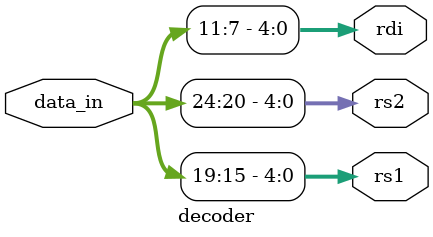
<source format=v>
module decoder(
	input [31:0] data_in,
	output [4:0] rs1,rs2,rdi
);
	assign rdi = data_in[11:7];
	assign rs1 = data_in[19:15];
	assign rs2 = data_in[24:20];
endmodule

</source>
